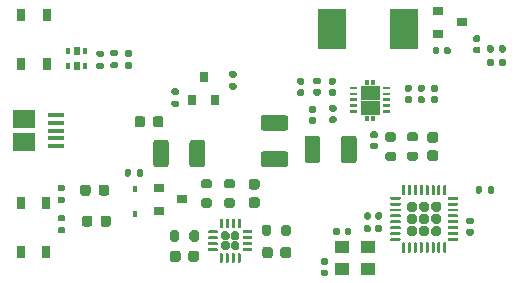
<source format=gbr>
%TF.GenerationSoftware,KiCad,Pcbnew,(5.1.10)-1*%
%TF.CreationDate,2022-01-07T09:45:11+03:00*%
%TF.ProjectId,calve_heater,63616c76-655f-4686-9561-7465722e6b69,rev?*%
%TF.SameCoordinates,Original*%
%TF.FileFunction,Paste,Top*%
%TF.FilePolarity,Positive*%
%FSLAX46Y46*%
G04 Gerber Fmt 4.6, Leading zero omitted, Abs format (unit mm)*
G04 Created by KiCad (PCBNEW (5.1.10)-1) date 2022-01-07 09:45:11*
%MOMM*%
%LPD*%
G01*
G04 APERTURE LIST*
%ADD10C,0.010000*%
%ADD11R,0.450000X0.600000*%
%ADD12R,1.900000X1.500000*%
%ADD13R,1.350000X0.400000*%
%ADD14R,0.900000X0.800000*%
%ADD15R,0.800000X0.900000*%
%ADD16R,0.400000X0.600000*%
%ADD17R,0.500000X0.700000*%
%ADD18R,1.300000X1.000000*%
%ADD19R,2.350000X3.500000*%
%ADD20R,0.650000X1.050000*%
G04 APERTURE END LIST*
D10*
%TO.C,U2*%
G36*
X42025000Y-133290000D02*
G01*
X43525000Y-133290000D01*
X43525000Y-134350000D01*
X42025000Y-134350000D01*
X42025000Y-133290000D01*
G37*
X42025000Y-133290000D02*
X43525000Y-133290000D01*
X43525000Y-134350000D01*
X42025000Y-134350000D01*
X42025000Y-133290000D01*
G36*
X42025000Y-134550000D02*
G01*
X43525000Y-134550000D01*
X43525000Y-135610000D01*
X42025000Y-135610000D01*
X42025000Y-134550000D01*
G37*
X42025000Y-134550000D02*
X43525000Y-134550000D01*
X43525000Y-135610000D01*
X42025000Y-135610000D01*
X42025000Y-134550000D01*
G36*
X42900000Y-132750000D02*
G01*
X43150000Y-132750000D01*
X43150000Y-133090000D01*
X42900000Y-133090000D01*
X42900000Y-132750000D01*
G37*
X42900000Y-132750000D02*
X43150000Y-132750000D01*
X43150000Y-133090000D01*
X42900000Y-133090000D01*
X42900000Y-132750000D01*
G36*
X42400000Y-132750000D02*
G01*
X42650000Y-132750000D01*
X42650000Y-133090000D01*
X42400000Y-133090000D01*
X42400000Y-132750000D01*
G37*
X42400000Y-132750000D02*
X42650000Y-132750000D01*
X42650000Y-133090000D01*
X42400000Y-133090000D01*
X42400000Y-132750000D01*
G36*
X42900000Y-135810000D02*
G01*
X43150000Y-135810000D01*
X43150000Y-136150000D01*
X42900000Y-136150000D01*
X42900000Y-135810000D01*
G37*
X42900000Y-135810000D02*
X43150000Y-135810000D01*
X43150000Y-136150000D01*
X42900000Y-136150000D01*
X42900000Y-135810000D01*
G36*
X42400000Y-135810000D02*
G01*
X42650000Y-135810000D01*
X42650000Y-136150000D01*
X42400000Y-136150000D01*
X42400000Y-135810000D01*
G37*
X42400000Y-135810000D02*
X42650000Y-135810000D01*
X42650000Y-136150000D01*
X42400000Y-136150000D01*
X42400000Y-135810000D01*
%TD*%
%TO.C,R12*%
G36*
G01*
X52260000Y-141890000D02*
X52260000Y-142260000D01*
G75*
G02*
X52125000Y-142395000I-135000J0D01*
G01*
X51855000Y-142395000D01*
G75*
G02*
X51720000Y-142260000I0J135000D01*
G01*
X51720000Y-141890000D01*
G75*
G02*
X51855000Y-141755000I135000J0D01*
G01*
X52125000Y-141755000D01*
G75*
G02*
X52260000Y-141890000I0J-135000D01*
G01*
G37*
G36*
G01*
X53280000Y-141890000D02*
X53280000Y-142260000D01*
G75*
G02*
X53145000Y-142395000I-135000J0D01*
G01*
X52875000Y-142395000D01*
G75*
G02*
X52740000Y-142260000I0J135000D01*
G01*
X52740000Y-141890000D01*
G75*
G02*
X52875000Y-141755000I135000J0D01*
G01*
X53145000Y-141755000D01*
G75*
G02*
X53280000Y-141890000I0J-135000D01*
G01*
G37*
%TD*%
%TO.C,C1*%
G36*
G01*
X45855000Y-134145000D02*
X46195000Y-134145000D01*
G75*
G02*
X46335000Y-134285000I0J-140000D01*
G01*
X46335000Y-134565000D01*
G75*
G02*
X46195000Y-134705000I-140000J0D01*
G01*
X45855000Y-134705000D01*
G75*
G02*
X45715000Y-134565000I0J140000D01*
G01*
X45715000Y-134285000D01*
G75*
G02*
X45855000Y-134145000I140000J0D01*
G01*
G37*
G36*
G01*
X45855000Y-133185000D02*
X46195000Y-133185000D01*
G75*
G02*
X46335000Y-133325000I0J-140000D01*
G01*
X46335000Y-133605000D01*
G75*
G02*
X46195000Y-133745000I-140000J0D01*
G01*
X45855000Y-133745000D01*
G75*
G02*
X45715000Y-133605000I0J140000D01*
G01*
X45715000Y-133325000D01*
G75*
G02*
X45855000Y-133185000I140000J0D01*
G01*
G37*
%TD*%
%TO.C,C2*%
G36*
G01*
X46955000Y-134155000D02*
X47295000Y-134155000D01*
G75*
G02*
X47435000Y-134295000I0J-140000D01*
G01*
X47435000Y-134575000D01*
G75*
G02*
X47295000Y-134715000I-140000J0D01*
G01*
X46955000Y-134715000D01*
G75*
G02*
X46815000Y-134575000I0J140000D01*
G01*
X46815000Y-134295000D01*
G75*
G02*
X46955000Y-134155000I140000J0D01*
G01*
G37*
G36*
G01*
X46955000Y-133195000D02*
X47295000Y-133195000D01*
G75*
G02*
X47435000Y-133335000I0J-140000D01*
G01*
X47435000Y-133615000D01*
G75*
G02*
X47295000Y-133755000I-140000J0D01*
G01*
X46955000Y-133755000D01*
G75*
G02*
X46815000Y-133615000I0J140000D01*
G01*
X46815000Y-133335000D01*
G75*
G02*
X46955000Y-133195000I140000J0D01*
G01*
G37*
%TD*%
%TO.C,C3*%
G36*
G01*
X48080000Y-133185000D02*
X48420000Y-133185000D01*
G75*
G02*
X48560000Y-133325000I0J-140000D01*
G01*
X48560000Y-133605000D01*
G75*
G02*
X48420000Y-133745000I-140000J0D01*
G01*
X48080000Y-133745000D01*
G75*
G02*
X47940000Y-133605000I0J140000D01*
G01*
X47940000Y-133325000D01*
G75*
G02*
X48080000Y-133185000I140000J0D01*
G01*
G37*
G36*
G01*
X48080000Y-134145000D02*
X48420000Y-134145000D01*
G75*
G02*
X48560000Y-134285000I0J-140000D01*
G01*
X48560000Y-134565000D01*
G75*
G02*
X48420000Y-134705000I-140000J0D01*
G01*
X48080000Y-134705000D01*
G75*
G02*
X47940000Y-134565000I0J140000D01*
G01*
X47940000Y-134285000D01*
G75*
G02*
X48080000Y-134145000I140000J0D01*
G01*
G37*
%TD*%
%TO.C,C4*%
G36*
G01*
X33225000Y-143600000D02*
X32725000Y-143600000D01*
G75*
G02*
X32500000Y-143375000I0J225000D01*
G01*
X32500000Y-142925000D01*
G75*
G02*
X32725000Y-142700000I225000J0D01*
G01*
X33225000Y-142700000D01*
G75*
G02*
X33450000Y-142925000I0J-225000D01*
G01*
X33450000Y-143375000D01*
G75*
G02*
X33225000Y-143600000I-225000J0D01*
G01*
G37*
G36*
G01*
X33225000Y-142050000D02*
X32725000Y-142050000D01*
G75*
G02*
X32500000Y-141825000I0J225000D01*
G01*
X32500000Y-141375000D01*
G75*
G02*
X32725000Y-141150000I225000J0D01*
G01*
X33225000Y-141150000D01*
G75*
G02*
X33450000Y-141375000I0J-225000D01*
G01*
X33450000Y-141825000D01*
G75*
G02*
X33225000Y-142050000I-225000J0D01*
G01*
G37*
%TD*%
%TO.C,C5*%
G36*
G01*
X42955000Y-137120000D02*
X43295000Y-137120000D01*
G75*
G02*
X43435000Y-137260000I0J-140000D01*
G01*
X43435000Y-137540000D01*
G75*
G02*
X43295000Y-137680000I-140000J0D01*
G01*
X42955000Y-137680000D01*
G75*
G02*
X42815000Y-137540000I0J140000D01*
G01*
X42815000Y-137260000D01*
G75*
G02*
X42955000Y-137120000I140000J0D01*
G01*
G37*
G36*
G01*
X42955000Y-138080000D02*
X43295000Y-138080000D01*
G75*
G02*
X43435000Y-138220000I0J-140000D01*
G01*
X43435000Y-138500000D01*
G75*
G02*
X43295000Y-138640000I-140000J0D01*
G01*
X42955000Y-138640000D01*
G75*
G02*
X42815000Y-138500000I0J140000D01*
G01*
X42815000Y-138220000D01*
G75*
G02*
X42955000Y-138080000I140000J0D01*
G01*
G37*
%TD*%
%TO.C,C6*%
G36*
G01*
X25300000Y-136050000D02*
X25300000Y-136550000D01*
G75*
G02*
X25075000Y-136775000I-225000J0D01*
G01*
X24625000Y-136775000D01*
G75*
G02*
X24400000Y-136550000I0J225000D01*
G01*
X24400000Y-136050000D01*
G75*
G02*
X24625000Y-135825000I225000J0D01*
G01*
X25075000Y-135825000D01*
G75*
G02*
X25300000Y-136050000I0J-225000D01*
G01*
G37*
G36*
G01*
X23750000Y-136050000D02*
X23750000Y-136550000D01*
G75*
G02*
X23525000Y-136775000I-225000J0D01*
G01*
X23075000Y-136775000D01*
G75*
G02*
X22850000Y-136550000I0J225000D01*
G01*
X22850000Y-136050000D01*
G75*
G02*
X23075000Y-135825000I225000J0D01*
G01*
X23525000Y-135825000D01*
G75*
G02*
X23750000Y-136050000I0J-225000D01*
G01*
G37*
%TD*%
%TO.C,C7*%
G36*
G01*
X27500000Y-139925001D02*
X27500000Y-138074999D01*
G75*
G02*
X27749999Y-137825000I249999J0D01*
G01*
X28575001Y-137825000D01*
G75*
G02*
X28825000Y-138074999I0J-249999D01*
G01*
X28825000Y-139925001D01*
G75*
G02*
X28575001Y-140175000I-249999J0D01*
G01*
X27749999Y-140175000D01*
G75*
G02*
X27500000Y-139925001I0J249999D01*
G01*
G37*
G36*
G01*
X24425000Y-139925001D02*
X24425000Y-138074999D01*
G75*
G02*
X24674999Y-137825000I249999J0D01*
G01*
X25500001Y-137825000D01*
G75*
G02*
X25750000Y-138074999I0J-249999D01*
G01*
X25750000Y-139925001D01*
G75*
G02*
X25500001Y-140175000I-249999J0D01*
G01*
X24674999Y-140175000D01*
G75*
G02*
X24425000Y-139925001I0J249999D01*
G01*
G37*
%TD*%
%TO.C,C8*%
G36*
G01*
X48350000Y-138075000D02*
X47850000Y-138075000D01*
G75*
G02*
X47625000Y-137850000I0J225000D01*
G01*
X47625000Y-137400000D01*
G75*
G02*
X47850000Y-137175000I225000J0D01*
G01*
X48350000Y-137175000D01*
G75*
G02*
X48575000Y-137400000I0J-225000D01*
G01*
X48575000Y-137850000D01*
G75*
G02*
X48350000Y-138075000I-225000J0D01*
G01*
G37*
G36*
G01*
X48350000Y-139625000D02*
X47850000Y-139625000D01*
G75*
G02*
X47625000Y-139400000I0J225000D01*
G01*
X47625000Y-138950000D01*
G75*
G02*
X47850000Y-138725000I225000J0D01*
G01*
X48350000Y-138725000D01*
G75*
G02*
X48575000Y-138950000I0J-225000D01*
G01*
X48575000Y-139400000D01*
G75*
G02*
X48350000Y-139625000I-225000J0D01*
G01*
G37*
%TD*%
%TO.C,C9*%
G36*
G01*
X26750000Y-147450000D02*
X26750000Y-147950000D01*
G75*
G02*
X26525000Y-148175000I-225000J0D01*
G01*
X26075000Y-148175000D01*
G75*
G02*
X25850000Y-147950000I0J225000D01*
G01*
X25850000Y-147450000D01*
G75*
G02*
X26075000Y-147225000I225000J0D01*
G01*
X26525000Y-147225000D01*
G75*
G02*
X26750000Y-147450000I0J-225000D01*
G01*
G37*
G36*
G01*
X28300000Y-147450000D02*
X28300000Y-147950000D01*
G75*
G02*
X28075000Y-148175000I-225000J0D01*
G01*
X27625000Y-148175000D01*
G75*
G02*
X27400000Y-147950000I0J225000D01*
G01*
X27400000Y-147450000D01*
G75*
G02*
X27625000Y-147225000I225000J0D01*
G01*
X28075000Y-147225000D01*
G75*
G02*
X28300000Y-147450000I0J-225000D01*
G01*
G37*
%TD*%
%TO.C,C10*%
G36*
G01*
X39480000Y-134885000D02*
X39820000Y-134885000D01*
G75*
G02*
X39960000Y-135025000I0J-140000D01*
G01*
X39960000Y-135305000D01*
G75*
G02*
X39820000Y-135445000I-140000J0D01*
G01*
X39480000Y-135445000D01*
G75*
G02*
X39340000Y-135305000I0J140000D01*
G01*
X39340000Y-135025000D01*
G75*
G02*
X39480000Y-134885000I140000J0D01*
G01*
G37*
G36*
G01*
X39480000Y-135845000D02*
X39820000Y-135845000D01*
G75*
G02*
X39960000Y-135985000I0J-140000D01*
G01*
X39960000Y-136265000D01*
G75*
G02*
X39820000Y-136405000I-140000J0D01*
G01*
X39480000Y-136405000D01*
G75*
G02*
X39340000Y-136265000I0J140000D01*
G01*
X39340000Y-135985000D01*
G75*
G02*
X39480000Y-135845000I140000J0D01*
G01*
G37*
%TD*%
%TO.C,C11*%
G36*
G01*
X33650000Y-147625000D02*
X33650000Y-147125000D01*
G75*
G02*
X33875000Y-146900000I225000J0D01*
G01*
X34325000Y-146900000D01*
G75*
G02*
X34550000Y-147125000I0J-225000D01*
G01*
X34550000Y-147625000D01*
G75*
G02*
X34325000Y-147850000I-225000J0D01*
G01*
X33875000Y-147850000D01*
G75*
G02*
X33650000Y-147625000I0J225000D01*
G01*
G37*
G36*
G01*
X35200000Y-147625000D02*
X35200000Y-147125000D01*
G75*
G02*
X35425000Y-146900000I225000J0D01*
G01*
X35875000Y-146900000D01*
G75*
G02*
X36100000Y-147125000I0J-225000D01*
G01*
X36100000Y-147625000D01*
G75*
G02*
X35875000Y-147850000I-225000J0D01*
G01*
X35425000Y-147850000D01*
G75*
G02*
X35200000Y-147625000I0J225000D01*
G01*
G37*
%TD*%
%TO.C,C12*%
G36*
G01*
X37755000Y-135930000D02*
X38095000Y-135930000D01*
G75*
G02*
X38235000Y-136070000I0J-140000D01*
G01*
X38235000Y-136350000D01*
G75*
G02*
X38095000Y-136490000I-140000J0D01*
G01*
X37755000Y-136490000D01*
G75*
G02*
X37615000Y-136350000I0J140000D01*
G01*
X37615000Y-136070000D01*
G75*
G02*
X37755000Y-135930000I140000J0D01*
G01*
G37*
G36*
G01*
X37755000Y-134970000D02*
X38095000Y-134970000D01*
G75*
G02*
X38235000Y-135110000I0J-140000D01*
G01*
X38235000Y-135390000D01*
G75*
G02*
X38095000Y-135530000I-140000J0D01*
G01*
X37755000Y-135530000D01*
G75*
G02*
X37615000Y-135390000I0J140000D01*
G01*
X37615000Y-135110000D01*
G75*
G02*
X37755000Y-134970000I140000J0D01*
G01*
G37*
%TD*%
%TO.C,C13*%
G36*
G01*
X37095000Y-134115000D02*
X36755000Y-134115000D01*
G75*
G02*
X36615000Y-133975000I0J140000D01*
G01*
X36615000Y-133695000D01*
G75*
G02*
X36755000Y-133555000I140000J0D01*
G01*
X37095000Y-133555000D01*
G75*
G02*
X37235000Y-133695000I0J-140000D01*
G01*
X37235000Y-133975000D01*
G75*
G02*
X37095000Y-134115000I-140000J0D01*
G01*
G37*
G36*
G01*
X37095000Y-133155000D02*
X36755000Y-133155000D01*
G75*
G02*
X36615000Y-133015000I0J140000D01*
G01*
X36615000Y-132735000D01*
G75*
G02*
X36755000Y-132595000I140000J0D01*
G01*
X37095000Y-132595000D01*
G75*
G02*
X37235000Y-132735000I0J-140000D01*
G01*
X37235000Y-133015000D01*
G75*
G02*
X37095000Y-133155000I-140000J0D01*
G01*
G37*
%TD*%
%TO.C,C14*%
G36*
G01*
X38470000Y-133130000D02*
X38130000Y-133130000D01*
G75*
G02*
X37990000Y-132990000I0J140000D01*
G01*
X37990000Y-132710000D01*
G75*
G02*
X38130000Y-132570000I140000J0D01*
G01*
X38470000Y-132570000D01*
G75*
G02*
X38610000Y-132710000I0J-140000D01*
G01*
X38610000Y-132990000D01*
G75*
G02*
X38470000Y-133130000I-140000J0D01*
G01*
G37*
G36*
G01*
X38470000Y-134090000D02*
X38130000Y-134090000D01*
G75*
G02*
X37990000Y-133950000I0J140000D01*
G01*
X37990000Y-133670000D01*
G75*
G02*
X38130000Y-133530000I140000J0D01*
G01*
X38470000Y-133530000D01*
G75*
G02*
X38610000Y-133670000I0J-140000D01*
G01*
X38610000Y-133950000D01*
G75*
G02*
X38470000Y-134090000I-140000J0D01*
G01*
G37*
%TD*%
%TO.C,C15*%
G36*
G01*
X39770000Y-134115000D02*
X39430000Y-134115000D01*
G75*
G02*
X39290000Y-133975000I0J140000D01*
G01*
X39290000Y-133695000D01*
G75*
G02*
X39430000Y-133555000I140000J0D01*
G01*
X39770000Y-133555000D01*
G75*
G02*
X39910000Y-133695000I0J-140000D01*
G01*
X39910000Y-133975000D01*
G75*
G02*
X39770000Y-134115000I-140000J0D01*
G01*
G37*
G36*
G01*
X39770000Y-133155000D02*
X39430000Y-133155000D01*
G75*
G02*
X39290000Y-133015000I0J140000D01*
G01*
X39290000Y-132735000D01*
G75*
G02*
X39430000Y-132595000I140000J0D01*
G01*
X39770000Y-132595000D01*
G75*
G02*
X39910000Y-132735000I0J-140000D01*
G01*
X39910000Y-133015000D01*
G75*
G02*
X39770000Y-133155000I-140000J0D01*
G01*
G37*
%TD*%
%TO.C,C16*%
G36*
G01*
X33774999Y-135737500D02*
X35625001Y-135737500D01*
G75*
G02*
X35875000Y-135987499I0J-249999D01*
G01*
X35875000Y-136812501D01*
G75*
G02*
X35625001Y-137062500I-249999J0D01*
G01*
X33774999Y-137062500D01*
G75*
G02*
X33525000Y-136812501I0J249999D01*
G01*
X33525000Y-135987499D01*
G75*
G02*
X33774999Y-135737500I249999J0D01*
G01*
G37*
G36*
G01*
X33774999Y-138812500D02*
X35625001Y-138812500D01*
G75*
G02*
X35875000Y-139062499I0J-249999D01*
G01*
X35875000Y-139887501D01*
G75*
G02*
X35625001Y-140137500I-249999J0D01*
G01*
X33774999Y-140137500D01*
G75*
G02*
X33525000Y-139887501I0J249999D01*
G01*
X33525000Y-139062499D01*
G75*
G02*
X33774999Y-138812500I249999J0D01*
G01*
G37*
%TD*%
%TO.C,C17*%
G36*
G01*
X37250000Y-139575001D02*
X37250000Y-137724999D01*
G75*
G02*
X37499999Y-137475000I249999J0D01*
G01*
X38325001Y-137475000D01*
G75*
G02*
X38575000Y-137724999I0J-249999D01*
G01*
X38575000Y-139575001D01*
G75*
G02*
X38325001Y-139825000I-249999J0D01*
G01*
X37499999Y-139825000D01*
G75*
G02*
X37250000Y-139575001I0J249999D01*
G01*
G37*
G36*
G01*
X40325000Y-139575001D02*
X40325000Y-137724999D01*
G75*
G02*
X40574999Y-137475000I249999J0D01*
G01*
X41400001Y-137475000D01*
G75*
G02*
X41650000Y-137724999I0J-249999D01*
G01*
X41650000Y-139575001D01*
G75*
G02*
X41400001Y-139825000I-249999J0D01*
G01*
X40574999Y-139825000D01*
G75*
G02*
X40325000Y-139575001I0J249999D01*
G01*
G37*
%TD*%
%TO.C,C18*%
G36*
G01*
X43810000Y-144105000D02*
X43810000Y-144445000D01*
G75*
G02*
X43670000Y-144585000I-140000J0D01*
G01*
X43390000Y-144585000D01*
G75*
G02*
X43250000Y-144445000I0J140000D01*
G01*
X43250000Y-144105000D01*
G75*
G02*
X43390000Y-143965000I140000J0D01*
G01*
X43670000Y-143965000D01*
G75*
G02*
X43810000Y-144105000I0J-140000D01*
G01*
G37*
G36*
G01*
X42850000Y-144105000D02*
X42850000Y-144445000D01*
G75*
G02*
X42710000Y-144585000I-140000J0D01*
G01*
X42430000Y-144585000D01*
G75*
G02*
X42290000Y-144445000I0J140000D01*
G01*
X42290000Y-144105000D01*
G75*
G02*
X42430000Y-143965000I140000J0D01*
G01*
X42710000Y-143965000D01*
G75*
G02*
X42850000Y-144105000I0J-140000D01*
G01*
G37*
%TD*%
%TO.C,C19*%
G36*
G01*
X51420000Y-144975000D02*
X51080000Y-144975000D01*
G75*
G02*
X50940000Y-144835000I0J140000D01*
G01*
X50940000Y-144555000D01*
G75*
G02*
X51080000Y-144415000I140000J0D01*
G01*
X51420000Y-144415000D01*
G75*
G02*
X51560000Y-144555000I0J-140000D01*
G01*
X51560000Y-144835000D01*
G75*
G02*
X51420000Y-144975000I-140000J0D01*
G01*
G37*
G36*
G01*
X51420000Y-145935000D02*
X51080000Y-145935000D01*
G75*
G02*
X50940000Y-145795000I0J140000D01*
G01*
X50940000Y-145515000D01*
G75*
G02*
X51080000Y-145375000I140000J0D01*
G01*
X51420000Y-145375000D01*
G75*
G02*
X51560000Y-145515000I0J-140000D01*
G01*
X51560000Y-145795000D01*
G75*
G02*
X51420000Y-145935000I-140000J0D01*
G01*
G37*
%TD*%
%TO.C,C20*%
G36*
G01*
X42830000Y-145180000D02*
X42830000Y-145520000D01*
G75*
G02*
X42690000Y-145660000I-140000J0D01*
G01*
X42410000Y-145660000D01*
G75*
G02*
X42270000Y-145520000I0J140000D01*
G01*
X42270000Y-145180000D01*
G75*
G02*
X42410000Y-145040000I140000J0D01*
G01*
X42690000Y-145040000D01*
G75*
G02*
X42830000Y-145180000I0J-140000D01*
G01*
G37*
G36*
G01*
X43790000Y-145180000D02*
X43790000Y-145520000D01*
G75*
G02*
X43650000Y-145660000I-140000J0D01*
G01*
X43370000Y-145660000D01*
G75*
G02*
X43230000Y-145520000I0J140000D01*
G01*
X43230000Y-145180000D01*
G75*
G02*
X43370000Y-145040000I140000J0D01*
G01*
X43650000Y-145040000D01*
G75*
G02*
X43790000Y-145180000I0J-140000D01*
G01*
G37*
%TD*%
%TO.C,C21*%
G36*
G01*
X41210000Y-145430000D02*
X41210000Y-145770000D01*
G75*
G02*
X41070000Y-145910000I-140000J0D01*
G01*
X40790000Y-145910000D01*
G75*
G02*
X40650000Y-145770000I0J140000D01*
G01*
X40650000Y-145430000D01*
G75*
G02*
X40790000Y-145290000I140000J0D01*
G01*
X41070000Y-145290000D01*
G75*
G02*
X41210000Y-145430000I0J-140000D01*
G01*
G37*
G36*
G01*
X40250000Y-145430000D02*
X40250000Y-145770000D01*
G75*
G02*
X40110000Y-145910000I-140000J0D01*
G01*
X39830000Y-145910000D01*
G75*
G02*
X39690000Y-145770000I0J140000D01*
G01*
X39690000Y-145430000D01*
G75*
G02*
X39830000Y-145290000I140000J0D01*
G01*
X40110000Y-145290000D01*
G75*
G02*
X40250000Y-145430000I0J-140000D01*
G01*
G37*
%TD*%
%TO.C,C22*%
G36*
G01*
X39095000Y-148420000D02*
X38755000Y-148420000D01*
G75*
G02*
X38615000Y-148280000I0J140000D01*
G01*
X38615000Y-148000000D01*
G75*
G02*
X38755000Y-147860000I140000J0D01*
G01*
X39095000Y-147860000D01*
G75*
G02*
X39235000Y-148000000I0J-140000D01*
G01*
X39235000Y-148280000D01*
G75*
G02*
X39095000Y-148420000I-140000J0D01*
G01*
G37*
G36*
G01*
X39095000Y-149380000D02*
X38755000Y-149380000D01*
G75*
G02*
X38615000Y-149240000I0J140000D01*
G01*
X38615000Y-148960000D01*
G75*
G02*
X38755000Y-148820000I140000J0D01*
G01*
X39095000Y-148820000D01*
G75*
G02*
X39235000Y-148960000I0J-140000D01*
G01*
X39235000Y-149240000D01*
G75*
G02*
X39095000Y-149380000I-140000J0D01*
G01*
G37*
%TD*%
D11*
%TO.C,D1*%
X22925000Y-144075000D03*
X22925000Y-141975000D03*
%TD*%
%TO.C,D2*%
G36*
G01*
X20700000Y-141843750D02*
X20700000Y-142356250D01*
G75*
G02*
X20481250Y-142575000I-218750J0D01*
G01*
X20043750Y-142575000D01*
G75*
G02*
X19825000Y-142356250I0J218750D01*
G01*
X19825000Y-141843750D01*
G75*
G02*
X20043750Y-141625000I218750J0D01*
G01*
X20481250Y-141625000D01*
G75*
G02*
X20700000Y-141843750I0J-218750D01*
G01*
G37*
G36*
G01*
X19125000Y-141843750D02*
X19125000Y-142356250D01*
G75*
G02*
X18906250Y-142575000I-218750J0D01*
G01*
X18468750Y-142575000D01*
G75*
G02*
X18250000Y-142356250I0J218750D01*
G01*
X18250000Y-141843750D01*
G75*
G02*
X18468750Y-141625000I218750J0D01*
G01*
X18906250Y-141625000D01*
G75*
G02*
X19125000Y-141843750I0J-218750D01*
G01*
G37*
%TD*%
%TO.C,D3*%
G36*
G01*
X19275000Y-144468750D02*
X19275000Y-144981250D01*
G75*
G02*
X19056250Y-145200000I-218750J0D01*
G01*
X18618750Y-145200000D01*
G75*
G02*
X18400000Y-144981250I0J218750D01*
G01*
X18400000Y-144468750D01*
G75*
G02*
X18618750Y-144250000I218750J0D01*
G01*
X19056250Y-144250000D01*
G75*
G02*
X19275000Y-144468750I0J-218750D01*
G01*
G37*
G36*
G01*
X20850000Y-144468750D02*
X20850000Y-144981250D01*
G75*
G02*
X20631250Y-145200000I-218750J0D01*
G01*
X20193750Y-145200000D01*
G75*
G02*
X19975000Y-144981250I0J218750D01*
G01*
X19975000Y-144468750D01*
G75*
G02*
X20193750Y-144250000I218750J0D01*
G01*
X20631250Y-144250000D01*
G75*
G02*
X20850000Y-144468750I0J-218750D01*
G01*
G37*
%TD*%
D12*
%TO.C,J1*%
X13462500Y-138050000D03*
D13*
X16162500Y-136400000D03*
X16162500Y-135750000D03*
X16162500Y-138350000D03*
X16162500Y-137700000D03*
X16162500Y-137050000D03*
D12*
X13462500Y-136050000D03*
%TD*%
D14*
%TO.C,Q1*%
X24900000Y-141925000D03*
X24900000Y-143825000D03*
X26900000Y-142875000D03*
%TD*%
D15*
%TO.C,Q2*%
X28700000Y-132475000D03*
X29650000Y-134475000D03*
X27750000Y-134475000D03*
%TD*%
%TO.C,R1*%
G36*
G01*
X31175000Y-141950000D02*
X30625000Y-141950000D01*
G75*
G02*
X30425000Y-141750000I0J200000D01*
G01*
X30425000Y-141350000D01*
G75*
G02*
X30625000Y-141150000I200000J0D01*
G01*
X31175000Y-141150000D01*
G75*
G02*
X31375000Y-141350000I0J-200000D01*
G01*
X31375000Y-141750000D01*
G75*
G02*
X31175000Y-141950000I-200000J0D01*
G01*
G37*
G36*
G01*
X31175000Y-143600000D02*
X30625000Y-143600000D01*
G75*
G02*
X30425000Y-143400000I0J200000D01*
G01*
X30425000Y-143000000D01*
G75*
G02*
X30625000Y-142800000I200000J0D01*
G01*
X31175000Y-142800000D01*
G75*
G02*
X31375000Y-143000000I0J-200000D01*
G01*
X31375000Y-143400000D01*
G75*
G02*
X31175000Y-143600000I-200000J0D01*
G01*
G37*
%TD*%
%TO.C,R2*%
G36*
G01*
X35275000Y-145775000D02*
X35275000Y-145225000D01*
G75*
G02*
X35475000Y-145025000I200000J0D01*
G01*
X35875000Y-145025000D01*
G75*
G02*
X36075000Y-145225000I0J-200000D01*
G01*
X36075000Y-145775000D01*
G75*
G02*
X35875000Y-145975000I-200000J0D01*
G01*
X35475000Y-145975000D01*
G75*
G02*
X35275000Y-145775000I0J200000D01*
G01*
G37*
G36*
G01*
X33625000Y-145775000D02*
X33625000Y-145225000D01*
G75*
G02*
X33825000Y-145025000I200000J0D01*
G01*
X34225000Y-145025000D01*
G75*
G02*
X34425000Y-145225000I0J-200000D01*
G01*
X34425000Y-145775000D01*
G75*
G02*
X34225000Y-145975000I-200000J0D01*
G01*
X33825000Y-145975000D01*
G75*
G02*
X33625000Y-145775000I0J200000D01*
G01*
G37*
%TD*%
%TO.C,R3*%
G36*
G01*
X29225000Y-143600000D02*
X28675000Y-143600000D01*
G75*
G02*
X28475000Y-143400000I0J200000D01*
G01*
X28475000Y-143000000D01*
G75*
G02*
X28675000Y-142800000I200000J0D01*
G01*
X29225000Y-142800000D01*
G75*
G02*
X29425000Y-143000000I0J-200000D01*
G01*
X29425000Y-143400000D01*
G75*
G02*
X29225000Y-143600000I-200000J0D01*
G01*
G37*
G36*
G01*
X29225000Y-141950000D02*
X28675000Y-141950000D01*
G75*
G02*
X28475000Y-141750000I0J200000D01*
G01*
X28475000Y-141350000D01*
G75*
G02*
X28675000Y-141150000I200000J0D01*
G01*
X29225000Y-141150000D01*
G75*
G02*
X29425000Y-141350000I0J-200000D01*
G01*
X29425000Y-141750000D01*
G75*
G02*
X29225000Y-141950000I-200000J0D01*
G01*
G37*
%TD*%
%TO.C,R5*%
G36*
G01*
X26650000Y-145700000D02*
X26650000Y-146250000D01*
G75*
G02*
X26450000Y-146450000I-200000J0D01*
G01*
X26050000Y-146450000D01*
G75*
G02*
X25850000Y-146250000I0J200000D01*
G01*
X25850000Y-145700000D01*
G75*
G02*
X26050000Y-145500000I200000J0D01*
G01*
X26450000Y-145500000D01*
G75*
G02*
X26650000Y-145700000I0J-200000D01*
G01*
G37*
G36*
G01*
X28300000Y-145700000D02*
X28300000Y-146250000D01*
G75*
G02*
X28100000Y-146450000I-200000J0D01*
G01*
X27700000Y-146450000D01*
G75*
G02*
X27500000Y-146250000I0J200000D01*
G01*
X27500000Y-145700000D01*
G75*
G02*
X27700000Y-145500000I200000J0D01*
G01*
X28100000Y-145500000D01*
G75*
G02*
X28300000Y-145700000I0J-200000D01*
G01*
G37*
%TD*%
%TO.C,R6*%
G36*
G01*
X46675000Y-139625000D02*
X46125000Y-139625000D01*
G75*
G02*
X45925000Y-139425000I0J200000D01*
G01*
X45925000Y-139025000D01*
G75*
G02*
X46125000Y-138825000I200000J0D01*
G01*
X46675000Y-138825000D01*
G75*
G02*
X46875000Y-139025000I0J-200000D01*
G01*
X46875000Y-139425000D01*
G75*
G02*
X46675000Y-139625000I-200000J0D01*
G01*
G37*
G36*
G01*
X46675000Y-137975000D02*
X46125000Y-137975000D01*
G75*
G02*
X45925000Y-137775000I0J200000D01*
G01*
X45925000Y-137375000D01*
G75*
G02*
X46125000Y-137175000I200000J0D01*
G01*
X46675000Y-137175000D01*
G75*
G02*
X46875000Y-137375000I0J-200000D01*
G01*
X46875000Y-137775000D01*
G75*
G02*
X46675000Y-137975000I-200000J0D01*
G01*
G37*
%TD*%
%TO.C,R7*%
G36*
G01*
X44275000Y-138850000D02*
X44825000Y-138850000D01*
G75*
G02*
X45025000Y-139050000I0J-200000D01*
G01*
X45025000Y-139450000D01*
G75*
G02*
X44825000Y-139650000I-200000J0D01*
G01*
X44275000Y-139650000D01*
G75*
G02*
X44075000Y-139450000I0J200000D01*
G01*
X44075000Y-139050000D01*
G75*
G02*
X44275000Y-138850000I200000J0D01*
G01*
G37*
G36*
G01*
X44275000Y-137200000D02*
X44825000Y-137200000D01*
G75*
G02*
X45025000Y-137400000I0J-200000D01*
G01*
X45025000Y-137800000D01*
G75*
G02*
X44825000Y-138000000I-200000J0D01*
G01*
X44275000Y-138000000D01*
G75*
G02*
X44075000Y-137800000I0J200000D01*
G01*
X44075000Y-137400000D01*
G75*
G02*
X44275000Y-137200000I200000J0D01*
G01*
G37*
%TD*%
%TO.C,R10*%
G36*
G01*
X26115000Y-133485000D02*
X26485000Y-133485000D01*
G75*
G02*
X26620000Y-133620000I0J-135000D01*
G01*
X26620000Y-133890000D01*
G75*
G02*
X26485000Y-134025000I-135000J0D01*
G01*
X26115000Y-134025000D01*
G75*
G02*
X25980000Y-133890000I0J135000D01*
G01*
X25980000Y-133620000D01*
G75*
G02*
X26115000Y-133485000I135000J0D01*
G01*
G37*
G36*
G01*
X26115000Y-134505000D02*
X26485000Y-134505000D01*
G75*
G02*
X26620000Y-134640000I0J-135000D01*
G01*
X26620000Y-134910000D01*
G75*
G02*
X26485000Y-135045000I-135000J0D01*
G01*
X26115000Y-135045000D01*
G75*
G02*
X25980000Y-134910000I0J135000D01*
G01*
X25980000Y-134640000D01*
G75*
G02*
X26115000Y-134505000I135000J0D01*
G01*
G37*
%TD*%
%TO.C,R11*%
G36*
G01*
X30990000Y-132020000D02*
X31360000Y-132020000D01*
G75*
G02*
X31495000Y-132155000I0J-135000D01*
G01*
X31495000Y-132425000D01*
G75*
G02*
X31360000Y-132560000I-135000J0D01*
G01*
X30990000Y-132560000D01*
G75*
G02*
X30855000Y-132425000I0J135000D01*
G01*
X30855000Y-132155000D01*
G75*
G02*
X30990000Y-132020000I135000J0D01*
G01*
G37*
G36*
G01*
X30990000Y-133040000D02*
X31360000Y-133040000D01*
G75*
G02*
X31495000Y-133175000I0J-135000D01*
G01*
X31495000Y-133445000D01*
G75*
G02*
X31360000Y-133580000I-135000J0D01*
G01*
X30990000Y-133580000D01*
G75*
G02*
X30855000Y-133445000I0J135000D01*
G01*
X30855000Y-133175000D01*
G75*
G02*
X30990000Y-133040000I135000J0D01*
G01*
G37*
%TD*%
%TO.C,R13*%
G36*
G01*
X19765000Y-131305000D02*
X20135000Y-131305000D01*
G75*
G02*
X20270000Y-131440000I0J-135000D01*
G01*
X20270000Y-131710000D01*
G75*
G02*
X20135000Y-131845000I-135000J0D01*
G01*
X19765000Y-131845000D01*
G75*
G02*
X19630000Y-131710000I0J135000D01*
G01*
X19630000Y-131440000D01*
G75*
G02*
X19765000Y-131305000I135000J0D01*
G01*
G37*
G36*
G01*
X19765000Y-130285000D02*
X20135000Y-130285000D01*
G75*
G02*
X20270000Y-130420000I0J-135000D01*
G01*
X20270000Y-130690000D01*
G75*
G02*
X20135000Y-130825000I-135000J0D01*
G01*
X19765000Y-130825000D01*
G75*
G02*
X19630000Y-130690000I0J135000D01*
G01*
X19630000Y-130420000D01*
G75*
G02*
X19765000Y-130285000I135000J0D01*
G01*
G37*
%TD*%
%TO.C,R14*%
G36*
G01*
X20940000Y-130230000D02*
X21310000Y-130230000D01*
G75*
G02*
X21445000Y-130365000I0J-135000D01*
G01*
X21445000Y-130635000D01*
G75*
G02*
X21310000Y-130770000I-135000J0D01*
G01*
X20940000Y-130770000D01*
G75*
G02*
X20805000Y-130635000I0J135000D01*
G01*
X20805000Y-130365000D01*
G75*
G02*
X20940000Y-130230000I135000J0D01*
G01*
G37*
G36*
G01*
X20940000Y-131250000D02*
X21310000Y-131250000D01*
G75*
G02*
X21445000Y-131385000I0J-135000D01*
G01*
X21445000Y-131655000D01*
G75*
G02*
X21310000Y-131790000I-135000J0D01*
G01*
X20940000Y-131790000D01*
G75*
G02*
X20805000Y-131655000I0J135000D01*
G01*
X20805000Y-131385000D01*
G75*
G02*
X20940000Y-131250000I135000J0D01*
G01*
G37*
%TD*%
%TO.C,R15*%
G36*
G01*
X22165000Y-131265000D02*
X22535000Y-131265000D01*
G75*
G02*
X22670000Y-131400000I0J-135000D01*
G01*
X22670000Y-131670000D01*
G75*
G02*
X22535000Y-131805000I-135000J0D01*
G01*
X22165000Y-131805000D01*
G75*
G02*
X22030000Y-131670000I0J135000D01*
G01*
X22030000Y-131400000D01*
G75*
G02*
X22165000Y-131265000I135000J0D01*
G01*
G37*
G36*
G01*
X22165000Y-130245000D02*
X22535000Y-130245000D01*
G75*
G02*
X22670000Y-130380000I0J-135000D01*
G01*
X22670000Y-130650000D01*
G75*
G02*
X22535000Y-130785000I-135000J0D01*
G01*
X22165000Y-130785000D01*
G75*
G02*
X22030000Y-130650000I0J135000D01*
G01*
X22030000Y-130380000D01*
G75*
G02*
X22165000Y-130245000I135000J0D01*
G01*
G37*
%TD*%
%TO.C,U1*%
G36*
G01*
X29075000Y-145687500D02*
X29075000Y-145562500D01*
G75*
G02*
X29137500Y-145500000I62500J0D01*
G01*
X29837500Y-145500000D01*
G75*
G02*
X29900000Y-145562500I0J-62500D01*
G01*
X29900000Y-145687500D01*
G75*
G02*
X29837500Y-145750000I-62500J0D01*
G01*
X29137500Y-145750000D01*
G75*
G02*
X29075000Y-145687500I0J62500D01*
G01*
G37*
G36*
G01*
X29075000Y-146187500D02*
X29075000Y-146062500D01*
G75*
G02*
X29137500Y-146000000I62500J0D01*
G01*
X29837500Y-146000000D01*
G75*
G02*
X29900000Y-146062500I0J-62500D01*
G01*
X29900000Y-146187500D01*
G75*
G02*
X29837500Y-146250000I-62500J0D01*
G01*
X29137500Y-146250000D01*
G75*
G02*
X29075000Y-146187500I0J62500D01*
G01*
G37*
G36*
G01*
X29075000Y-146687500D02*
X29075000Y-146562500D01*
G75*
G02*
X29137500Y-146500000I62500J0D01*
G01*
X29837500Y-146500000D01*
G75*
G02*
X29900000Y-146562500I0J-62500D01*
G01*
X29900000Y-146687500D01*
G75*
G02*
X29837500Y-146750000I-62500J0D01*
G01*
X29137500Y-146750000D01*
G75*
G02*
X29075000Y-146687500I0J62500D01*
G01*
G37*
G36*
G01*
X29075000Y-147187500D02*
X29075000Y-147062500D01*
G75*
G02*
X29137500Y-147000000I62500J0D01*
G01*
X29837500Y-147000000D01*
G75*
G02*
X29900000Y-147062500I0J-62500D01*
G01*
X29900000Y-147187500D01*
G75*
G02*
X29837500Y-147250000I-62500J0D01*
G01*
X29137500Y-147250000D01*
G75*
G02*
X29075000Y-147187500I0J62500D01*
G01*
G37*
G36*
G01*
X30075000Y-148187500D02*
X30075000Y-147487500D01*
G75*
G02*
X30137500Y-147425000I62500J0D01*
G01*
X30262500Y-147425000D01*
G75*
G02*
X30325000Y-147487500I0J-62500D01*
G01*
X30325000Y-148187500D01*
G75*
G02*
X30262500Y-148250000I-62500J0D01*
G01*
X30137500Y-148250000D01*
G75*
G02*
X30075000Y-148187500I0J62500D01*
G01*
G37*
G36*
G01*
X30575000Y-148187500D02*
X30575000Y-147487500D01*
G75*
G02*
X30637500Y-147425000I62500J0D01*
G01*
X30762500Y-147425000D01*
G75*
G02*
X30825000Y-147487500I0J-62500D01*
G01*
X30825000Y-148187500D01*
G75*
G02*
X30762500Y-148250000I-62500J0D01*
G01*
X30637500Y-148250000D01*
G75*
G02*
X30575000Y-148187500I0J62500D01*
G01*
G37*
G36*
G01*
X31075000Y-148187500D02*
X31075000Y-147487500D01*
G75*
G02*
X31137500Y-147425000I62500J0D01*
G01*
X31262500Y-147425000D01*
G75*
G02*
X31325000Y-147487500I0J-62500D01*
G01*
X31325000Y-148187500D01*
G75*
G02*
X31262500Y-148250000I-62500J0D01*
G01*
X31137500Y-148250000D01*
G75*
G02*
X31075000Y-148187500I0J62500D01*
G01*
G37*
G36*
G01*
X31575000Y-148187500D02*
X31575000Y-147487500D01*
G75*
G02*
X31637500Y-147425000I62500J0D01*
G01*
X31762500Y-147425000D01*
G75*
G02*
X31825000Y-147487500I0J-62500D01*
G01*
X31825000Y-148187500D01*
G75*
G02*
X31762500Y-148250000I-62500J0D01*
G01*
X31637500Y-148250000D01*
G75*
G02*
X31575000Y-148187500I0J62500D01*
G01*
G37*
G36*
G01*
X32000000Y-147187500D02*
X32000000Y-147062500D01*
G75*
G02*
X32062500Y-147000000I62500J0D01*
G01*
X32762500Y-147000000D01*
G75*
G02*
X32825000Y-147062500I0J-62500D01*
G01*
X32825000Y-147187500D01*
G75*
G02*
X32762500Y-147250000I-62500J0D01*
G01*
X32062500Y-147250000D01*
G75*
G02*
X32000000Y-147187500I0J62500D01*
G01*
G37*
G36*
G01*
X32000000Y-146687500D02*
X32000000Y-146562500D01*
G75*
G02*
X32062500Y-146500000I62500J0D01*
G01*
X32762500Y-146500000D01*
G75*
G02*
X32825000Y-146562500I0J-62500D01*
G01*
X32825000Y-146687500D01*
G75*
G02*
X32762500Y-146750000I-62500J0D01*
G01*
X32062500Y-146750000D01*
G75*
G02*
X32000000Y-146687500I0J62500D01*
G01*
G37*
G36*
G01*
X32000000Y-146187500D02*
X32000000Y-146062500D01*
G75*
G02*
X32062500Y-146000000I62500J0D01*
G01*
X32762500Y-146000000D01*
G75*
G02*
X32825000Y-146062500I0J-62500D01*
G01*
X32825000Y-146187500D01*
G75*
G02*
X32762500Y-146250000I-62500J0D01*
G01*
X32062500Y-146250000D01*
G75*
G02*
X32000000Y-146187500I0J62500D01*
G01*
G37*
G36*
G01*
X32000000Y-145687500D02*
X32000000Y-145562500D01*
G75*
G02*
X32062500Y-145500000I62500J0D01*
G01*
X32762500Y-145500000D01*
G75*
G02*
X32825000Y-145562500I0J-62500D01*
G01*
X32825000Y-145687500D01*
G75*
G02*
X32762500Y-145750000I-62500J0D01*
G01*
X32062500Y-145750000D01*
G75*
G02*
X32000000Y-145687500I0J62500D01*
G01*
G37*
G36*
G01*
X31575000Y-145262500D02*
X31575000Y-144562500D01*
G75*
G02*
X31637500Y-144500000I62500J0D01*
G01*
X31762500Y-144500000D01*
G75*
G02*
X31825000Y-144562500I0J-62500D01*
G01*
X31825000Y-145262500D01*
G75*
G02*
X31762500Y-145325000I-62500J0D01*
G01*
X31637500Y-145325000D01*
G75*
G02*
X31575000Y-145262500I0J62500D01*
G01*
G37*
G36*
G01*
X31075000Y-145262500D02*
X31075000Y-144562500D01*
G75*
G02*
X31137500Y-144500000I62500J0D01*
G01*
X31262500Y-144500000D01*
G75*
G02*
X31325000Y-144562500I0J-62500D01*
G01*
X31325000Y-145262500D01*
G75*
G02*
X31262500Y-145325000I-62500J0D01*
G01*
X31137500Y-145325000D01*
G75*
G02*
X31075000Y-145262500I0J62500D01*
G01*
G37*
G36*
G01*
X30575000Y-145262500D02*
X30575000Y-144562500D01*
G75*
G02*
X30637500Y-144500000I62500J0D01*
G01*
X30762500Y-144500000D01*
G75*
G02*
X30825000Y-144562500I0J-62500D01*
G01*
X30825000Y-145262500D01*
G75*
G02*
X30762500Y-145325000I-62500J0D01*
G01*
X30637500Y-145325000D01*
G75*
G02*
X30575000Y-145262500I0J62500D01*
G01*
G37*
G36*
G01*
X30075000Y-145262500D02*
X30075000Y-144562500D01*
G75*
G02*
X30137500Y-144500000I62500J0D01*
G01*
X30262500Y-144500000D01*
G75*
G02*
X30325000Y-144562500I0J-62500D01*
G01*
X30325000Y-145262500D01*
G75*
G02*
X30262500Y-145325000I-62500J0D01*
G01*
X30137500Y-145325000D01*
G75*
G02*
X30075000Y-145262500I0J62500D01*
G01*
G37*
G36*
G01*
X30165000Y-146137500D02*
X30165000Y-145772500D01*
G75*
G02*
X30347500Y-145590000I182500J0D01*
G01*
X30712500Y-145590000D01*
G75*
G02*
X30895000Y-145772500I0J-182500D01*
G01*
X30895000Y-146137500D01*
G75*
G02*
X30712500Y-146320000I-182500J0D01*
G01*
X30347500Y-146320000D01*
G75*
G02*
X30165000Y-146137500I0J182500D01*
G01*
G37*
G36*
G01*
X30165000Y-146977500D02*
X30165000Y-146612500D01*
G75*
G02*
X30347500Y-146430000I182500J0D01*
G01*
X30712500Y-146430000D01*
G75*
G02*
X30895000Y-146612500I0J-182500D01*
G01*
X30895000Y-146977500D01*
G75*
G02*
X30712500Y-147160000I-182500J0D01*
G01*
X30347500Y-147160000D01*
G75*
G02*
X30165000Y-146977500I0J182500D01*
G01*
G37*
G36*
G01*
X31005000Y-146137500D02*
X31005000Y-145772500D01*
G75*
G02*
X31187500Y-145590000I182500J0D01*
G01*
X31552500Y-145590000D01*
G75*
G02*
X31735000Y-145772500I0J-182500D01*
G01*
X31735000Y-146137500D01*
G75*
G02*
X31552500Y-146320000I-182500J0D01*
G01*
X31187500Y-146320000D01*
G75*
G02*
X31005000Y-146137500I0J182500D01*
G01*
G37*
G36*
G01*
X31005000Y-146977500D02*
X31005000Y-146612500D01*
G75*
G02*
X31187500Y-146430000I182500J0D01*
G01*
X31552500Y-146430000D01*
G75*
G02*
X31735000Y-146612500I0J-182500D01*
G01*
X31735000Y-146977500D01*
G75*
G02*
X31552500Y-147160000I-182500J0D01*
G01*
X31187500Y-147160000D01*
G75*
G02*
X31005000Y-146977500I0J182500D01*
G01*
G37*
%TD*%
%TO.C,U2*%
G36*
G01*
X41075000Y-133562800D02*
X41075000Y-133337200D01*
G75*
G02*
X41082200Y-133330000I7200J0D01*
G01*
X41667800Y-133330000D01*
G75*
G02*
X41675000Y-133337200I0J-7200D01*
G01*
X41675000Y-133562800D01*
G75*
G02*
X41667800Y-133570000I-7200J0D01*
G01*
X41082200Y-133570000D01*
G75*
G02*
X41075000Y-133562800I0J7200D01*
G01*
G37*
G36*
G01*
X41075000Y-134062800D02*
X41075000Y-133837200D01*
G75*
G02*
X41082200Y-133830000I7200J0D01*
G01*
X41667800Y-133830000D01*
G75*
G02*
X41675000Y-133837200I0J-7200D01*
G01*
X41675000Y-134062800D01*
G75*
G02*
X41667800Y-134070000I-7200J0D01*
G01*
X41082200Y-134070000D01*
G75*
G02*
X41075000Y-134062800I0J7200D01*
G01*
G37*
G36*
G01*
X41075000Y-134562800D02*
X41075000Y-134337200D01*
G75*
G02*
X41082200Y-134330000I7200J0D01*
G01*
X41667800Y-134330000D01*
G75*
G02*
X41675000Y-134337200I0J-7200D01*
G01*
X41675000Y-134562800D01*
G75*
G02*
X41667800Y-134570000I-7200J0D01*
G01*
X41082200Y-134570000D01*
G75*
G02*
X41075000Y-134562800I0J7200D01*
G01*
G37*
G36*
G01*
X41075000Y-135062800D02*
X41075000Y-134837200D01*
G75*
G02*
X41082200Y-134830000I7200J0D01*
G01*
X41667800Y-134830000D01*
G75*
G02*
X41675000Y-134837200I0J-7200D01*
G01*
X41675000Y-135062800D01*
G75*
G02*
X41667800Y-135070000I-7200J0D01*
G01*
X41082200Y-135070000D01*
G75*
G02*
X41075000Y-135062800I0J7200D01*
G01*
G37*
G36*
G01*
X41075000Y-135562800D02*
X41075000Y-135337200D01*
G75*
G02*
X41082200Y-135330000I7200J0D01*
G01*
X41667800Y-135330000D01*
G75*
G02*
X41675000Y-135337200I0J-7200D01*
G01*
X41675000Y-135562800D01*
G75*
G02*
X41667800Y-135570000I-7200J0D01*
G01*
X41082200Y-135570000D01*
G75*
G02*
X41075000Y-135562800I0J7200D01*
G01*
G37*
G36*
G01*
X43875000Y-135562800D02*
X43875000Y-135337200D01*
G75*
G02*
X43882200Y-135330000I7200J0D01*
G01*
X44467800Y-135330000D01*
G75*
G02*
X44475000Y-135337200I0J-7200D01*
G01*
X44475000Y-135562800D01*
G75*
G02*
X44467800Y-135570000I-7200J0D01*
G01*
X43882200Y-135570000D01*
G75*
G02*
X43875000Y-135562800I0J7200D01*
G01*
G37*
G36*
G01*
X43875000Y-135062800D02*
X43875000Y-134837200D01*
G75*
G02*
X43882200Y-134830000I7200J0D01*
G01*
X44467800Y-134830000D01*
G75*
G02*
X44475000Y-134837200I0J-7200D01*
G01*
X44475000Y-135062800D01*
G75*
G02*
X44467800Y-135070000I-7200J0D01*
G01*
X43882200Y-135070000D01*
G75*
G02*
X43875000Y-135062800I0J7200D01*
G01*
G37*
G36*
G01*
X43875000Y-134562800D02*
X43875000Y-134337200D01*
G75*
G02*
X43882200Y-134330000I7200J0D01*
G01*
X44467800Y-134330000D01*
G75*
G02*
X44475000Y-134337200I0J-7200D01*
G01*
X44475000Y-134562800D01*
G75*
G02*
X44467800Y-134570000I-7200J0D01*
G01*
X43882200Y-134570000D01*
G75*
G02*
X43875000Y-134562800I0J7200D01*
G01*
G37*
G36*
G01*
X43875000Y-134062800D02*
X43875000Y-133837200D01*
G75*
G02*
X43882200Y-133830000I7200J0D01*
G01*
X44467800Y-133830000D01*
G75*
G02*
X44475000Y-133837200I0J-7200D01*
G01*
X44475000Y-134062800D01*
G75*
G02*
X44467800Y-134070000I-7200J0D01*
G01*
X43882200Y-134070000D01*
G75*
G02*
X43875000Y-134062800I0J7200D01*
G01*
G37*
G36*
G01*
X43875000Y-133562800D02*
X43875000Y-133337200D01*
G75*
G02*
X43882200Y-133330000I7200J0D01*
G01*
X44467800Y-133330000D01*
G75*
G02*
X44475000Y-133337200I0J-7200D01*
G01*
X44475000Y-133562800D01*
G75*
G02*
X44467800Y-133570000I-7200J0D01*
G01*
X43882200Y-133570000D01*
G75*
G02*
X43875000Y-133562800I0J7200D01*
G01*
G37*
%TD*%
%TO.C,U3*%
G36*
G01*
X44500000Y-142837500D02*
X44500000Y-142712500D01*
G75*
G02*
X44562500Y-142650000I62500J0D01*
G01*
X45312500Y-142650000D01*
G75*
G02*
X45375000Y-142712500I0J-62500D01*
G01*
X45375000Y-142837500D01*
G75*
G02*
X45312500Y-142900000I-62500J0D01*
G01*
X44562500Y-142900000D01*
G75*
G02*
X44500000Y-142837500I0J62500D01*
G01*
G37*
G36*
G01*
X44500000Y-143337500D02*
X44500000Y-143212500D01*
G75*
G02*
X44562500Y-143150000I62500J0D01*
G01*
X45312500Y-143150000D01*
G75*
G02*
X45375000Y-143212500I0J-62500D01*
G01*
X45375000Y-143337500D01*
G75*
G02*
X45312500Y-143400000I-62500J0D01*
G01*
X44562500Y-143400000D01*
G75*
G02*
X44500000Y-143337500I0J62500D01*
G01*
G37*
G36*
G01*
X44500000Y-143837500D02*
X44500000Y-143712500D01*
G75*
G02*
X44562500Y-143650000I62500J0D01*
G01*
X45312500Y-143650000D01*
G75*
G02*
X45375000Y-143712500I0J-62500D01*
G01*
X45375000Y-143837500D01*
G75*
G02*
X45312500Y-143900000I-62500J0D01*
G01*
X44562500Y-143900000D01*
G75*
G02*
X44500000Y-143837500I0J62500D01*
G01*
G37*
G36*
G01*
X44500000Y-144337500D02*
X44500000Y-144212500D01*
G75*
G02*
X44562500Y-144150000I62500J0D01*
G01*
X45312500Y-144150000D01*
G75*
G02*
X45375000Y-144212500I0J-62500D01*
G01*
X45375000Y-144337500D01*
G75*
G02*
X45312500Y-144400000I-62500J0D01*
G01*
X44562500Y-144400000D01*
G75*
G02*
X44500000Y-144337500I0J62500D01*
G01*
G37*
G36*
G01*
X44500000Y-144837500D02*
X44500000Y-144712500D01*
G75*
G02*
X44562500Y-144650000I62500J0D01*
G01*
X45312500Y-144650000D01*
G75*
G02*
X45375000Y-144712500I0J-62500D01*
G01*
X45375000Y-144837500D01*
G75*
G02*
X45312500Y-144900000I-62500J0D01*
G01*
X44562500Y-144900000D01*
G75*
G02*
X44500000Y-144837500I0J62500D01*
G01*
G37*
G36*
G01*
X44500000Y-145337500D02*
X44500000Y-145212500D01*
G75*
G02*
X44562500Y-145150000I62500J0D01*
G01*
X45312500Y-145150000D01*
G75*
G02*
X45375000Y-145212500I0J-62500D01*
G01*
X45375000Y-145337500D01*
G75*
G02*
X45312500Y-145400000I-62500J0D01*
G01*
X44562500Y-145400000D01*
G75*
G02*
X44500000Y-145337500I0J62500D01*
G01*
G37*
G36*
G01*
X44500000Y-145837500D02*
X44500000Y-145712500D01*
G75*
G02*
X44562500Y-145650000I62500J0D01*
G01*
X45312500Y-145650000D01*
G75*
G02*
X45375000Y-145712500I0J-62500D01*
G01*
X45375000Y-145837500D01*
G75*
G02*
X45312500Y-145900000I-62500J0D01*
G01*
X44562500Y-145900000D01*
G75*
G02*
X44500000Y-145837500I0J62500D01*
G01*
G37*
G36*
G01*
X44500000Y-146337500D02*
X44500000Y-146212500D01*
G75*
G02*
X44562500Y-146150000I62500J0D01*
G01*
X45312500Y-146150000D01*
G75*
G02*
X45375000Y-146212500I0J-62500D01*
G01*
X45375000Y-146337500D01*
G75*
G02*
X45312500Y-146400000I-62500J0D01*
G01*
X44562500Y-146400000D01*
G75*
G02*
X44500000Y-146337500I0J62500D01*
G01*
G37*
G36*
G01*
X45500000Y-147337500D02*
X45500000Y-146587500D01*
G75*
G02*
X45562500Y-146525000I62500J0D01*
G01*
X45687500Y-146525000D01*
G75*
G02*
X45750000Y-146587500I0J-62500D01*
G01*
X45750000Y-147337500D01*
G75*
G02*
X45687500Y-147400000I-62500J0D01*
G01*
X45562500Y-147400000D01*
G75*
G02*
X45500000Y-147337500I0J62500D01*
G01*
G37*
G36*
G01*
X46000000Y-147337500D02*
X46000000Y-146587500D01*
G75*
G02*
X46062500Y-146525000I62500J0D01*
G01*
X46187500Y-146525000D01*
G75*
G02*
X46250000Y-146587500I0J-62500D01*
G01*
X46250000Y-147337500D01*
G75*
G02*
X46187500Y-147400000I-62500J0D01*
G01*
X46062500Y-147400000D01*
G75*
G02*
X46000000Y-147337500I0J62500D01*
G01*
G37*
G36*
G01*
X46500000Y-147337500D02*
X46500000Y-146587500D01*
G75*
G02*
X46562500Y-146525000I62500J0D01*
G01*
X46687500Y-146525000D01*
G75*
G02*
X46750000Y-146587500I0J-62500D01*
G01*
X46750000Y-147337500D01*
G75*
G02*
X46687500Y-147400000I-62500J0D01*
G01*
X46562500Y-147400000D01*
G75*
G02*
X46500000Y-147337500I0J62500D01*
G01*
G37*
G36*
G01*
X47000000Y-147337500D02*
X47000000Y-146587500D01*
G75*
G02*
X47062500Y-146525000I62500J0D01*
G01*
X47187500Y-146525000D01*
G75*
G02*
X47250000Y-146587500I0J-62500D01*
G01*
X47250000Y-147337500D01*
G75*
G02*
X47187500Y-147400000I-62500J0D01*
G01*
X47062500Y-147400000D01*
G75*
G02*
X47000000Y-147337500I0J62500D01*
G01*
G37*
G36*
G01*
X47500000Y-147337500D02*
X47500000Y-146587500D01*
G75*
G02*
X47562500Y-146525000I62500J0D01*
G01*
X47687500Y-146525000D01*
G75*
G02*
X47750000Y-146587500I0J-62500D01*
G01*
X47750000Y-147337500D01*
G75*
G02*
X47687500Y-147400000I-62500J0D01*
G01*
X47562500Y-147400000D01*
G75*
G02*
X47500000Y-147337500I0J62500D01*
G01*
G37*
G36*
G01*
X48000000Y-147337500D02*
X48000000Y-146587500D01*
G75*
G02*
X48062500Y-146525000I62500J0D01*
G01*
X48187500Y-146525000D01*
G75*
G02*
X48250000Y-146587500I0J-62500D01*
G01*
X48250000Y-147337500D01*
G75*
G02*
X48187500Y-147400000I-62500J0D01*
G01*
X48062500Y-147400000D01*
G75*
G02*
X48000000Y-147337500I0J62500D01*
G01*
G37*
G36*
G01*
X48500000Y-147337500D02*
X48500000Y-146587500D01*
G75*
G02*
X48562500Y-146525000I62500J0D01*
G01*
X48687500Y-146525000D01*
G75*
G02*
X48750000Y-146587500I0J-62500D01*
G01*
X48750000Y-147337500D01*
G75*
G02*
X48687500Y-147400000I-62500J0D01*
G01*
X48562500Y-147400000D01*
G75*
G02*
X48500000Y-147337500I0J62500D01*
G01*
G37*
G36*
G01*
X49000000Y-147337500D02*
X49000000Y-146587500D01*
G75*
G02*
X49062500Y-146525000I62500J0D01*
G01*
X49187500Y-146525000D01*
G75*
G02*
X49250000Y-146587500I0J-62500D01*
G01*
X49250000Y-147337500D01*
G75*
G02*
X49187500Y-147400000I-62500J0D01*
G01*
X49062500Y-147400000D01*
G75*
G02*
X49000000Y-147337500I0J62500D01*
G01*
G37*
G36*
G01*
X49375000Y-146337500D02*
X49375000Y-146212500D01*
G75*
G02*
X49437500Y-146150000I62500J0D01*
G01*
X50187500Y-146150000D01*
G75*
G02*
X50250000Y-146212500I0J-62500D01*
G01*
X50250000Y-146337500D01*
G75*
G02*
X50187500Y-146400000I-62500J0D01*
G01*
X49437500Y-146400000D01*
G75*
G02*
X49375000Y-146337500I0J62500D01*
G01*
G37*
G36*
G01*
X49375000Y-145837500D02*
X49375000Y-145712500D01*
G75*
G02*
X49437500Y-145650000I62500J0D01*
G01*
X50187500Y-145650000D01*
G75*
G02*
X50250000Y-145712500I0J-62500D01*
G01*
X50250000Y-145837500D01*
G75*
G02*
X50187500Y-145900000I-62500J0D01*
G01*
X49437500Y-145900000D01*
G75*
G02*
X49375000Y-145837500I0J62500D01*
G01*
G37*
G36*
G01*
X49375000Y-145337500D02*
X49375000Y-145212500D01*
G75*
G02*
X49437500Y-145150000I62500J0D01*
G01*
X50187500Y-145150000D01*
G75*
G02*
X50250000Y-145212500I0J-62500D01*
G01*
X50250000Y-145337500D01*
G75*
G02*
X50187500Y-145400000I-62500J0D01*
G01*
X49437500Y-145400000D01*
G75*
G02*
X49375000Y-145337500I0J62500D01*
G01*
G37*
G36*
G01*
X49375000Y-144837500D02*
X49375000Y-144712500D01*
G75*
G02*
X49437500Y-144650000I62500J0D01*
G01*
X50187500Y-144650000D01*
G75*
G02*
X50250000Y-144712500I0J-62500D01*
G01*
X50250000Y-144837500D01*
G75*
G02*
X50187500Y-144900000I-62500J0D01*
G01*
X49437500Y-144900000D01*
G75*
G02*
X49375000Y-144837500I0J62500D01*
G01*
G37*
G36*
G01*
X49375000Y-144337500D02*
X49375000Y-144212500D01*
G75*
G02*
X49437500Y-144150000I62500J0D01*
G01*
X50187500Y-144150000D01*
G75*
G02*
X50250000Y-144212500I0J-62500D01*
G01*
X50250000Y-144337500D01*
G75*
G02*
X50187500Y-144400000I-62500J0D01*
G01*
X49437500Y-144400000D01*
G75*
G02*
X49375000Y-144337500I0J62500D01*
G01*
G37*
G36*
G01*
X49375000Y-143837500D02*
X49375000Y-143712500D01*
G75*
G02*
X49437500Y-143650000I62500J0D01*
G01*
X50187500Y-143650000D01*
G75*
G02*
X50250000Y-143712500I0J-62500D01*
G01*
X50250000Y-143837500D01*
G75*
G02*
X50187500Y-143900000I-62500J0D01*
G01*
X49437500Y-143900000D01*
G75*
G02*
X49375000Y-143837500I0J62500D01*
G01*
G37*
G36*
G01*
X49375000Y-143337500D02*
X49375000Y-143212500D01*
G75*
G02*
X49437500Y-143150000I62500J0D01*
G01*
X50187500Y-143150000D01*
G75*
G02*
X50250000Y-143212500I0J-62500D01*
G01*
X50250000Y-143337500D01*
G75*
G02*
X50187500Y-143400000I-62500J0D01*
G01*
X49437500Y-143400000D01*
G75*
G02*
X49375000Y-143337500I0J62500D01*
G01*
G37*
G36*
G01*
X49375000Y-142837500D02*
X49375000Y-142712500D01*
G75*
G02*
X49437500Y-142650000I62500J0D01*
G01*
X50187500Y-142650000D01*
G75*
G02*
X50250000Y-142712500I0J-62500D01*
G01*
X50250000Y-142837500D01*
G75*
G02*
X50187500Y-142900000I-62500J0D01*
G01*
X49437500Y-142900000D01*
G75*
G02*
X49375000Y-142837500I0J62500D01*
G01*
G37*
G36*
G01*
X49000000Y-142462500D02*
X49000000Y-141712500D01*
G75*
G02*
X49062500Y-141650000I62500J0D01*
G01*
X49187500Y-141650000D01*
G75*
G02*
X49250000Y-141712500I0J-62500D01*
G01*
X49250000Y-142462500D01*
G75*
G02*
X49187500Y-142525000I-62500J0D01*
G01*
X49062500Y-142525000D01*
G75*
G02*
X49000000Y-142462500I0J62500D01*
G01*
G37*
G36*
G01*
X48500000Y-142462500D02*
X48500000Y-141712500D01*
G75*
G02*
X48562500Y-141650000I62500J0D01*
G01*
X48687500Y-141650000D01*
G75*
G02*
X48750000Y-141712500I0J-62500D01*
G01*
X48750000Y-142462500D01*
G75*
G02*
X48687500Y-142525000I-62500J0D01*
G01*
X48562500Y-142525000D01*
G75*
G02*
X48500000Y-142462500I0J62500D01*
G01*
G37*
G36*
G01*
X48000000Y-142462500D02*
X48000000Y-141712500D01*
G75*
G02*
X48062500Y-141650000I62500J0D01*
G01*
X48187500Y-141650000D01*
G75*
G02*
X48250000Y-141712500I0J-62500D01*
G01*
X48250000Y-142462500D01*
G75*
G02*
X48187500Y-142525000I-62500J0D01*
G01*
X48062500Y-142525000D01*
G75*
G02*
X48000000Y-142462500I0J62500D01*
G01*
G37*
G36*
G01*
X47500000Y-142462500D02*
X47500000Y-141712500D01*
G75*
G02*
X47562500Y-141650000I62500J0D01*
G01*
X47687500Y-141650000D01*
G75*
G02*
X47750000Y-141712500I0J-62500D01*
G01*
X47750000Y-142462500D01*
G75*
G02*
X47687500Y-142525000I-62500J0D01*
G01*
X47562500Y-142525000D01*
G75*
G02*
X47500000Y-142462500I0J62500D01*
G01*
G37*
G36*
G01*
X47000000Y-142462500D02*
X47000000Y-141712500D01*
G75*
G02*
X47062500Y-141650000I62500J0D01*
G01*
X47187500Y-141650000D01*
G75*
G02*
X47250000Y-141712500I0J-62500D01*
G01*
X47250000Y-142462500D01*
G75*
G02*
X47187500Y-142525000I-62500J0D01*
G01*
X47062500Y-142525000D01*
G75*
G02*
X47000000Y-142462500I0J62500D01*
G01*
G37*
G36*
G01*
X46500000Y-142462500D02*
X46500000Y-141712500D01*
G75*
G02*
X46562500Y-141650000I62500J0D01*
G01*
X46687500Y-141650000D01*
G75*
G02*
X46750000Y-141712500I0J-62500D01*
G01*
X46750000Y-142462500D01*
G75*
G02*
X46687500Y-142525000I-62500J0D01*
G01*
X46562500Y-142525000D01*
G75*
G02*
X46500000Y-142462500I0J62500D01*
G01*
G37*
G36*
G01*
X46000000Y-142462500D02*
X46000000Y-141712500D01*
G75*
G02*
X46062500Y-141650000I62500J0D01*
G01*
X46187500Y-141650000D01*
G75*
G02*
X46250000Y-141712500I0J-62500D01*
G01*
X46250000Y-142462500D01*
G75*
G02*
X46187500Y-142525000I-62500J0D01*
G01*
X46062500Y-142525000D01*
G75*
G02*
X46000000Y-142462500I0J62500D01*
G01*
G37*
G36*
G01*
X45500000Y-142462500D02*
X45500000Y-141712500D01*
G75*
G02*
X45562500Y-141650000I62500J0D01*
G01*
X45687500Y-141650000D01*
G75*
G02*
X45750000Y-141712500I0J-62500D01*
G01*
X45750000Y-142462500D01*
G75*
G02*
X45687500Y-142525000I-62500J0D01*
G01*
X45562500Y-142525000D01*
G75*
G02*
X45500000Y-142462500I0J62500D01*
G01*
G37*
G36*
G01*
X45930000Y-143702500D02*
X45930000Y-143287500D01*
G75*
G02*
X46137500Y-143080000I207500J0D01*
G01*
X46552500Y-143080000D01*
G75*
G02*
X46760000Y-143287500I0J-207500D01*
G01*
X46760000Y-143702500D01*
G75*
G02*
X46552500Y-143910000I-207500J0D01*
G01*
X46137500Y-143910000D01*
G75*
G02*
X45930000Y-143702500I0J207500D01*
G01*
G37*
G36*
G01*
X45930000Y-144732500D02*
X45930000Y-144317500D01*
G75*
G02*
X46137500Y-144110000I207500J0D01*
G01*
X46552500Y-144110000D01*
G75*
G02*
X46760000Y-144317500I0J-207500D01*
G01*
X46760000Y-144732500D01*
G75*
G02*
X46552500Y-144940000I-207500J0D01*
G01*
X46137500Y-144940000D01*
G75*
G02*
X45930000Y-144732500I0J207500D01*
G01*
G37*
G36*
G01*
X45930000Y-145762500D02*
X45930000Y-145347500D01*
G75*
G02*
X46137500Y-145140000I207500J0D01*
G01*
X46552500Y-145140000D01*
G75*
G02*
X46760000Y-145347500I0J-207500D01*
G01*
X46760000Y-145762500D01*
G75*
G02*
X46552500Y-145970000I-207500J0D01*
G01*
X46137500Y-145970000D01*
G75*
G02*
X45930000Y-145762500I0J207500D01*
G01*
G37*
G36*
G01*
X46960000Y-143702500D02*
X46960000Y-143287500D01*
G75*
G02*
X47167500Y-143080000I207500J0D01*
G01*
X47582500Y-143080000D01*
G75*
G02*
X47790000Y-143287500I0J-207500D01*
G01*
X47790000Y-143702500D01*
G75*
G02*
X47582500Y-143910000I-207500J0D01*
G01*
X47167500Y-143910000D01*
G75*
G02*
X46960000Y-143702500I0J207500D01*
G01*
G37*
G36*
G01*
X46960000Y-144732500D02*
X46960000Y-144317500D01*
G75*
G02*
X47167500Y-144110000I207500J0D01*
G01*
X47582500Y-144110000D01*
G75*
G02*
X47790000Y-144317500I0J-207500D01*
G01*
X47790000Y-144732500D01*
G75*
G02*
X47582500Y-144940000I-207500J0D01*
G01*
X47167500Y-144940000D01*
G75*
G02*
X46960000Y-144732500I0J207500D01*
G01*
G37*
G36*
G01*
X46960000Y-145762500D02*
X46960000Y-145347500D01*
G75*
G02*
X47167500Y-145140000I207500J0D01*
G01*
X47582500Y-145140000D01*
G75*
G02*
X47790000Y-145347500I0J-207500D01*
G01*
X47790000Y-145762500D01*
G75*
G02*
X47582500Y-145970000I-207500J0D01*
G01*
X47167500Y-145970000D01*
G75*
G02*
X46960000Y-145762500I0J207500D01*
G01*
G37*
G36*
G01*
X47990000Y-143702500D02*
X47990000Y-143287500D01*
G75*
G02*
X48197500Y-143080000I207500J0D01*
G01*
X48612500Y-143080000D01*
G75*
G02*
X48820000Y-143287500I0J-207500D01*
G01*
X48820000Y-143702500D01*
G75*
G02*
X48612500Y-143910000I-207500J0D01*
G01*
X48197500Y-143910000D01*
G75*
G02*
X47990000Y-143702500I0J207500D01*
G01*
G37*
G36*
G01*
X47990000Y-144732500D02*
X47990000Y-144317500D01*
G75*
G02*
X48197500Y-144110000I207500J0D01*
G01*
X48612500Y-144110000D01*
G75*
G02*
X48820000Y-144317500I0J-207500D01*
G01*
X48820000Y-144732500D01*
G75*
G02*
X48612500Y-144940000I-207500J0D01*
G01*
X48197500Y-144940000D01*
G75*
G02*
X47990000Y-144732500I0J207500D01*
G01*
G37*
G36*
G01*
X47990000Y-145762500D02*
X47990000Y-145347500D01*
G75*
G02*
X48197500Y-145140000I207500J0D01*
G01*
X48612500Y-145140000D01*
G75*
G02*
X48820000Y-145347500I0J-207500D01*
G01*
X48820000Y-145762500D01*
G75*
G02*
X48612500Y-145970000I-207500J0D01*
G01*
X48197500Y-145970000D01*
G75*
G02*
X47990000Y-145762500I0J207500D01*
G01*
G37*
%TD*%
D16*
%TO.C,U4*%
X18675000Y-130275000D03*
X18675000Y-131625000D03*
D17*
X17950000Y-130275000D03*
X17950000Y-131625000D03*
D16*
X17225000Y-131625000D03*
X17225000Y-130275000D03*
%TD*%
D18*
%TO.C,Y1*%
X42600000Y-146950000D03*
X40400000Y-146950000D03*
X40400000Y-148750000D03*
X42600000Y-148750000D03*
%TD*%
D19*
%TO.C,L1*%
X45650000Y-128475000D03*
X39600000Y-128475000D03*
%TD*%
%TO.C,R8*%
G36*
G01*
X16835000Y-142185000D02*
X16465000Y-142185000D01*
G75*
G02*
X16330000Y-142050000I0J135000D01*
G01*
X16330000Y-141780000D01*
G75*
G02*
X16465000Y-141645000I135000J0D01*
G01*
X16835000Y-141645000D01*
G75*
G02*
X16970000Y-141780000I0J-135000D01*
G01*
X16970000Y-142050000D01*
G75*
G02*
X16835000Y-142185000I-135000J0D01*
G01*
G37*
G36*
G01*
X16835000Y-143205000D02*
X16465000Y-143205000D01*
G75*
G02*
X16330000Y-143070000I0J135000D01*
G01*
X16330000Y-142800000D01*
G75*
G02*
X16465000Y-142665000I135000J0D01*
G01*
X16835000Y-142665000D01*
G75*
G02*
X16970000Y-142800000I0J-135000D01*
G01*
X16970000Y-143070000D01*
G75*
G02*
X16835000Y-143205000I-135000J0D01*
G01*
G37*
%TD*%
%TO.C,R9*%
G36*
G01*
X16490000Y-144205000D02*
X16860000Y-144205000D01*
G75*
G02*
X16995000Y-144340000I0J-135000D01*
G01*
X16995000Y-144610000D01*
G75*
G02*
X16860000Y-144745000I-135000J0D01*
G01*
X16490000Y-144745000D01*
G75*
G02*
X16355000Y-144610000I0J135000D01*
G01*
X16355000Y-144340000D01*
G75*
G02*
X16490000Y-144205000I135000J0D01*
G01*
G37*
G36*
G01*
X16490000Y-145225000D02*
X16860000Y-145225000D01*
G75*
G02*
X16995000Y-145360000I0J-135000D01*
G01*
X16995000Y-145630000D01*
G75*
G02*
X16860000Y-145765000I-135000J0D01*
G01*
X16490000Y-145765000D01*
G75*
G02*
X16355000Y-145630000I0J135000D01*
G01*
X16355000Y-145360000D01*
G75*
G02*
X16490000Y-145225000I135000J0D01*
G01*
G37*
%TD*%
%TO.C,R4*%
G36*
G01*
X23570000Y-140440000D02*
X23570000Y-140810000D01*
G75*
G02*
X23435000Y-140945000I-135000J0D01*
G01*
X23165000Y-140945000D01*
G75*
G02*
X23030000Y-140810000I0J135000D01*
G01*
X23030000Y-140440000D01*
G75*
G02*
X23165000Y-140305000I135000J0D01*
G01*
X23435000Y-140305000D01*
G75*
G02*
X23570000Y-140440000I0J-135000D01*
G01*
G37*
G36*
G01*
X22550000Y-140440000D02*
X22550000Y-140810000D01*
G75*
G02*
X22415000Y-140945000I-135000J0D01*
G01*
X22145000Y-140945000D01*
G75*
G02*
X22010000Y-140810000I0J135000D01*
G01*
X22010000Y-140440000D01*
G75*
G02*
X22145000Y-140305000I135000J0D01*
G01*
X22415000Y-140305000D01*
G75*
G02*
X22550000Y-140440000I0J-135000D01*
G01*
G37*
%TD*%
D20*
%TO.C,SW1*%
X15425000Y-131375000D03*
X13275000Y-131375000D03*
X15425000Y-127225000D03*
X13275000Y-127225000D03*
%TD*%
%TO.C,SW2*%
X13200000Y-143175000D03*
X15350000Y-143175000D03*
X13200000Y-147325000D03*
X15350000Y-147325000D03*
%TD*%
%TO.C,C23*%
G36*
G01*
X51655000Y-128990000D02*
X51995000Y-128990000D01*
G75*
G02*
X52135000Y-129130000I0J-140000D01*
G01*
X52135000Y-129410000D01*
G75*
G02*
X51995000Y-129550000I-140000J0D01*
G01*
X51655000Y-129550000D01*
G75*
G02*
X51515000Y-129410000I0J140000D01*
G01*
X51515000Y-129130000D01*
G75*
G02*
X51655000Y-128990000I140000J0D01*
G01*
G37*
G36*
G01*
X51655000Y-129950000D02*
X51995000Y-129950000D01*
G75*
G02*
X52135000Y-130090000I0J-140000D01*
G01*
X52135000Y-130370000D01*
G75*
G02*
X51995000Y-130510000I-140000J0D01*
G01*
X51655000Y-130510000D01*
G75*
G02*
X51515000Y-130370000I0J140000D01*
G01*
X51515000Y-130090000D01*
G75*
G02*
X51655000Y-129950000I140000J0D01*
G01*
G37*
%TD*%
%TO.C,C24*%
G36*
G01*
X49045000Y-130445000D02*
X49045000Y-130105000D01*
G75*
G02*
X49185000Y-129965000I140000J0D01*
G01*
X49465000Y-129965000D01*
G75*
G02*
X49605000Y-130105000I0J-140000D01*
G01*
X49605000Y-130445000D01*
G75*
G02*
X49465000Y-130585000I-140000J0D01*
G01*
X49185000Y-130585000D01*
G75*
G02*
X49045000Y-130445000I0J140000D01*
G01*
G37*
G36*
G01*
X48085000Y-130445000D02*
X48085000Y-130105000D01*
G75*
G02*
X48225000Y-129965000I140000J0D01*
G01*
X48505000Y-129965000D01*
G75*
G02*
X48645000Y-130105000I0J-140000D01*
G01*
X48645000Y-130445000D01*
G75*
G02*
X48505000Y-130585000I-140000J0D01*
G01*
X48225000Y-130585000D01*
G75*
G02*
X48085000Y-130445000I0J140000D01*
G01*
G37*
%TD*%
%TO.C,R16*%
G36*
G01*
X53725000Y-130310000D02*
X53725000Y-129940000D01*
G75*
G02*
X53860000Y-129805000I135000J0D01*
G01*
X54130000Y-129805000D01*
G75*
G02*
X54265000Y-129940000I0J-135000D01*
G01*
X54265000Y-130310000D01*
G75*
G02*
X54130000Y-130445000I-135000J0D01*
G01*
X53860000Y-130445000D01*
G75*
G02*
X53725000Y-130310000I0J135000D01*
G01*
G37*
G36*
G01*
X52705000Y-130310000D02*
X52705000Y-129940000D01*
G75*
G02*
X52840000Y-129805000I135000J0D01*
G01*
X53110000Y-129805000D01*
G75*
G02*
X53245000Y-129940000I0J-135000D01*
G01*
X53245000Y-130310000D01*
G75*
G02*
X53110000Y-130445000I-135000J0D01*
G01*
X52840000Y-130445000D01*
G75*
G02*
X52705000Y-130310000I0J135000D01*
G01*
G37*
%TD*%
%TO.C,R17*%
G36*
G01*
X54265000Y-131115000D02*
X54265000Y-131485000D01*
G75*
G02*
X54130000Y-131620000I-135000J0D01*
G01*
X53860000Y-131620000D01*
G75*
G02*
X53725000Y-131485000I0J135000D01*
G01*
X53725000Y-131115000D01*
G75*
G02*
X53860000Y-130980000I135000J0D01*
G01*
X54130000Y-130980000D01*
G75*
G02*
X54265000Y-131115000I0J-135000D01*
G01*
G37*
G36*
G01*
X53245000Y-131115000D02*
X53245000Y-131485000D01*
G75*
G02*
X53110000Y-131620000I-135000J0D01*
G01*
X52840000Y-131620000D01*
G75*
G02*
X52705000Y-131485000I0J135000D01*
G01*
X52705000Y-131115000D01*
G75*
G02*
X52840000Y-130980000I135000J0D01*
G01*
X53110000Y-130980000D01*
G75*
G02*
X53245000Y-131115000I0J-135000D01*
G01*
G37*
%TD*%
D14*
%TO.C,U5*%
X48575000Y-126950000D03*
X48575000Y-128850000D03*
X50575000Y-127900000D03*
%TD*%
M02*

</source>
